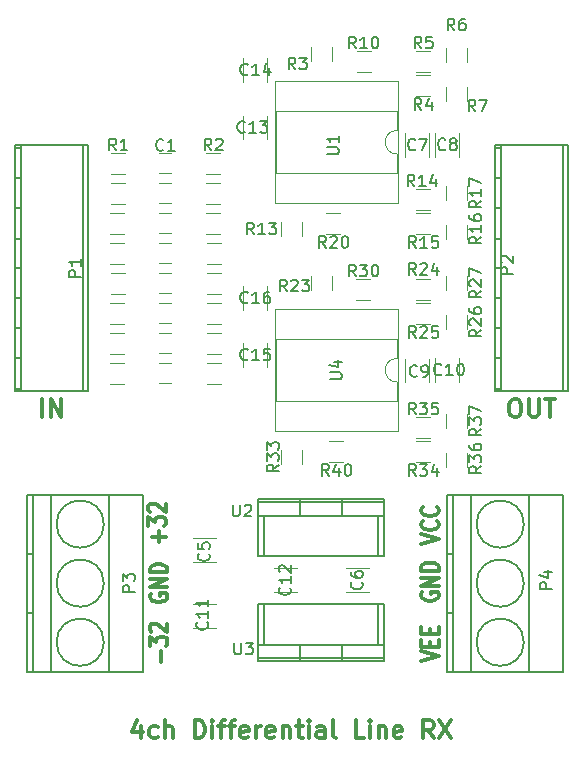
<source format=gbr>
G04 #@! TF.FileFunction,Legend,Top*
%FSLAX46Y46*%
G04 Gerber Fmt 4.6, Leading zero omitted, Abs format (unit mm)*
G04 Created by KiCad (PCBNEW 4.0.5-e0-6337~49~ubuntu15.04.1) date Sun Oct 22 22:27:52 2017*
%MOMM*%
%LPD*%
G01*
G04 APERTURE LIST*
%ADD10C,0.100000*%
%ADD11C,0.300000*%
%ADD12C,0.120000*%
%ADD13C,0.150000*%
G04 APERTURE END LIST*
D10*
D11*
X68530001Y-88324571D02*
X68530001Y-89324571D01*
X68172858Y-87753143D02*
X67815715Y-88824571D01*
X68744287Y-88824571D01*
X69958572Y-89253143D02*
X69815715Y-89324571D01*
X69530001Y-89324571D01*
X69387143Y-89253143D01*
X69315715Y-89181714D01*
X69244286Y-89038857D01*
X69244286Y-88610286D01*
X69315715Y-88467429D01*
X69387143Y-88396000D01*
X69530001Y-88324571D01*
X69815715Y-88324571D01*
X69958572Y-88396000D01*
X70601429Y-89324571D02*
X70601429Y-87824571D01*
X71244286Y-89324571D02*
X71244286Y-88538857D01*
X71172857Y-88396000D01*
X71030000Y-88324571D01*
X70815715Y-88324571D01*
X70672857Y-88396000D01*
X70601429Y-88467429D01*
X73101429Y-89324571D02*
X73101429Y-87824571D01*
X73458572Y-87824571D01*
X73672857Y-87896000D01*
X73815715Y-88038857D01*
X73887143Y-88181714D01*
X73958572Y-88467429D01*
X73958572Y-88681714D01*
X73887143Y-88967429D01*
X73815715Y-89110286D01*
X73672857Y-89253143D01*
X73458572Y-89324571D01*
X73101429Y-89324571D01*
X74601429Y-89324571D02*
X74601429Y-88324571D01*
X74601429Y-87824571D02*
X74530000Y-87896000D01*
X74601429Y-87967429D01*
X74672857Y-87896000D01*
X74601429Y-87824571D01*
X74601429Y-87967429D01*
X75101429Y-88324571D02*
X75672858Y-88324571D01*
X75315715Y-89324571D02*
X75315715Y-88038857D01*
X75387143Y-87896000D01*
X75530001Y-87824571D01*
X75672858Y-87824571D01*
X75958572Y-88324571D02*
X76530001Y-88324571D01*
X76172858Y-89324571D02*
X76172858Y-88038857D01*
X76244286Y-87896000D01*
X76387144Y-87824571D01*
X76530001Y-87824571D01*
X77601429Y-89253143D02*
X77458572Y-89324571D01*
X77172858Y-89324571D01*
X77030001Y-89253143D01*
X76958572Y-89110286D01*
X76958572Y-88538857D01*
X77030001Y-88396000D01*
X77172858Y-88324571D01*
X77458572Y-88324571D01*
X77601429Y-88396000D01*
X77672858Y-88538857D01*
X77672858Y-88681714D01*
X76958572Y-88824571D01*
X78315715Y-89324571D02*
X78315715Y-88324571D01*
X78315715Y-88610286D02*
X78387143Y-88467429D01*
X78458572Y-88396000D01*
X78601429Y-88324571D01*
X78744286Y-88324571D01*
X79815714Y-89253143D02*
X79672857Y-89324571D01*
X79387143Y-89324571D01*
X79244286Y-89253143D01*
X79172857Y-89110286D01*
X79172857Y-88538857D01*
X79244286Y-88396000D01*
X79387143Y-88324571D01*
X79672857Y-88324571D01*
X79815714Y-88396000D01*
X79887143Y-88538857D01*
X79887143Y-88681714D01*
X79172857Y-88824571D01*
X80530000Y-88324571D02*
X80530000Y-89324571D01*
X80530000Y-88467429D02*
X80601428Y-88396000D01*
X80744286Y-88324571D01*
X80958571Y-88324571D01*
X81101428Y-88396000D01*
X81172857Y-88538857D01*
X81172857Y-89324571D01*
X81672857Y-88324571D02*
X82244286Y-88324571D01*
X81887143Y-87824571D02*
X81887143Y-89110286D01*
X81958571Y-89253143D01*
X82101429Y-89324571D01*
X82244286Y-89324571D01*
X82744286Y-89324571D02*
X82744286Y-88324571D01*
X82744286Y-87824571D02*
X82672857Y-87896000D01*
X82744286Y-87967429D01*
X82815714Y-87896000D01*
X82744286Y-87824571D01*
X82744286Y-87967429D01*
X84101429Y-89324571D02*
X84101429Y-88538857D01*
X84030000Y-88396000D01*
X83887143Y-88324571D01*
X83601429Y-88324571D01*
X83458572Y-88396000D01*
X84101429Y-89253143D02*
X83958572Y-89324571D01*
X83601429Y-89324571D01*
X83458572Y-89253143D01*
X83387143Y-89110286D01*
X83387143Y-88967429D01*
X83458572Y-88824571D01*
X83601429Y-88753143D01*
X83958572Y-88753143D01*
X84101429Y-88681714D01*
X85030001Y-89324571D02*
X84887143Y-89253143D01*
X84815715Y-89110286D01*
X84815715Y-87824571D01*
X87458572Y-89324571D02*
X86744286Y-89324571D01*
X86744286Y-87824571D01*
X87958572Y-89324571D02*
X87958572Y-88324571D01*
X87958572Y-87824571D02*
X87887143Y-87896000D01*
X87958572Y-87967429D01*
X88030000Y-87896000D01*
X87958572Y-87824571D01*
X87958572Y-87967429D01*
X88672858Y-88324571D02*
X88672858Y-89324571D01*
X88672858Y-88467429D02*
X88744286Y-88396000D01*
X88887144Y-88324571D01*
X89101429Y-88324571D01*
X89244286Y-88396000D01*
X89315715Y-88538857D01*
X89315715Y-89324571D01*
X90601429Y-89253143D02*
X90458572Y-89324571D01*
X90172858Y-89324571D01*
X90030001Y-89253143D01*
X89958572Y-89110286D01*
X89958572Y-88538857D01*
X90030001Y-88396000D01*
X90172858Y-88324571D01*
X90458572Y-88324571D01*
X90601429Y-88396000D01*
X90672858Y-88538857D01*
X90672858Y-88681714D01*
X89958572Y-88824571D01*
X93315715Y-89324571D02*
X92815715Y-88610286D01*
X92458572Y-89324571D02*
X92458572Y-87824571D01*
X93030000Y-87824571D01*
X93172858Y-87896000D01*
X93244286Y-87967429D01*
X93315715Y-88110286D01*
X93315715Y-88324571D01*
X93244286Y-88467429D01*
X93172858Y-88538857D01*
X93030000Y-88610286D01*
X92458572Y-88610286D01*
X93815715Y-87824571D02*
X94815715Y-89324571D01*
X94815715Y-87824571D02*
X93815715Y-89324571D01*
X100100000Y-60646571D02*
X100385714Y-60646571D01*
X100528572Y-60718000D01*
X100671429Y-60860857D01*
X100742857Y-61146571D01*
X100742857Y-61646571D01*
X100671429Y-61932286D01*
X100528572Y-62075143D01*
X100385714Y-62146571D01*
X100100000Y-62146571D01*
X99957143Y-62075143D01*
X99814286Y-61932286D01*
X99742857Y-61646571D01*
X99742857Y-61146571D01*
X99814286Y-60860857D01*
X99957143Y-60718000D01*
X100100000Y-60646571D01*
X101385715Y-60646571D02*
X101385715Y-61860857D01*
X101457143Y-62003714D01*
X101528572Y-62075143D01*
X101671429Y-62146571D01*
X101957143Y-62146571D01*
X102100001Y-62075143D01*
X102171429Y-62003714D01*
X102242858Y-61860857D01*
X102242858Y-60646571D01*
X102742858Y-60646571D02*
X103600001Y-60646571D01*
X103171430Y-62146571D02*
X103171430Y-60646571D01*
X92341000Y-76987285D02*
X92269571Y-77101571D01*
X92269571Y-77273000D01*
X92341000Y-77444428D01*
X92483857Y-77558714D01*
X92626714Y-77615857D01*
X92912429Y-77673000D01*
X93126714Y-77673000D01*
X93412429Y-77615857D01*
X93555286Y-77558714D01*
X93698143Y-77444428D01*
X93769571Y-77273000D01*
X93769571Y-77158714D01*
X93698143Y-76987285D01*
X93626714Y-76930142D01*
X93126714Y-76930142D01*
X93126714Y-77158714D01*
X93769571Y-76415857D02*
X92269571Y-76415857D01*
X93769571Y-75730142D01*
X92269571Y-75730142D01*
X93769571Y-75158714D02*
X92269571Y-75158714D01*
X92269571Y-74872999D01*
X92341000Y-74701571D01*
X92483857Y-74587285D01*
X92626714Y-74530142D01*
X92912429Y-74472999D01*
X93126714Y-74472999D01*
X93412429Y-74530142D01*
X93555286Y-74587285D01*
X93698143Y-74701571D01*
X93769571Y-74872999D01*
X93769571Y-75158714D01*
X92269571Y-82765713D02*
X93769571Y-82365713D01*
X92269571Y-81965713D01*
X92983857Y-81565714D02*
X92983857Y-81165714D01*
X93769571Y-80994285D02*
X93769571Y-81565714D01*
X92269571Y-81565714D01*
X92269571Y-80994285D01*
X92983857Y-80480000D02*
X92983857Y-80080000D01*
X93769571Y-79908571D02*
X93769571Y-80480000D01*
X92269571Y-80480000D01*
X92269571Y-79908571D01*
X92269571Y-72846999D02*
X93769571Y-72446999D01*
X92269571Y-72046999D01*
X93626714Y-70961285D02*
X93698143Y-71018428D01*
X93769571Y-71189857D01*
X93769571Y-71304143D01*
X93698143Y-71475571D01*
X93555286Y-71589857D01*
X93412429Y-71647000D01*
X93126714Y-71704143D01*
X92912429Y-71704143D01*
X92626714Y-71647000D01*
X92483857Y-71589857D01*
X92341000Y-71475571D01*
X92269571Y-71304143D01*
X92269571Y-71189857D01*
X92341000Y-71018428D01*
X92412429Y-70961285D01*
X93626714Y-69761285D02*
X93698143Y-69818428D01*
X93769571Y-69989857D01*
X93769571Y-70104143D01*
X93698143Y-70275571D01*
X93555286Y-70389857D01*
X93412429Y-70447000D01*
X93126714Y-70504143D01*
X92912429Y-70504143D01*
X92626714Y-70447000D01*
X92483857Y-70389857D01*
X92341000Y-70275571D01*
X92269571Y-70104143D01*
X92269571Y-69989857D01*
X92341000Y-69818428D01*
X92412429Y-69761285D01*
X69354000Y-77114285D02*
X69282571Y-77228571D01*
X69282571Y-77400000D01*
X69354000Y-77571428D01*
X69496857Y-77685714D01*
X69639714Y-77742857D01*
X69925429Y-77800000D01*
X70139714Y-77800000D01*
X70425429Y-77742857D01*
X70568286Y-77685714D01*
X70711143Y-77571428D01*
X70782571Y-77400000D01*
X70782571Y-77285714D01*
X70711143Y-77114285D01*
X70639714Y-77057142D01*
X70139714Y-77057142D01*
X70139714Y-77285714D01*
X70782571Y-76542857D02*
X69282571Y-76542857D01*
X70782571Y-75857142D01*
X69282571Y-75857142D01*
X70782571Y-75285714D02*
X69282571Y-75285714D01*
X69282571Y-74999999D01*
X69354000Y-74828571D01*
X69496857Y-74714285D01*
X69639714Y-74657142D01*
X69925429Y-74599999D01*
X70139714Y-74599999D01*
X70425429Y-74657142D01*
X70568286Y-74714285D01*
X70711143Y-74828571D01*
X70782571Y-74999999D01*
X70782571Y-75285714D01*
X70211143Y-82880000D02*
X70211143Y-81965714D01*
X69282571Y-81508571D02*
X69282571Y-80765714D01*
X69854000Y-81165714D01*
X69854000Y-80994286D01*
X69925429Y-80880000D01*
X69996857Y-80822857D01*
X70139714Y-80765714D01*
X70496857Y-80765714D01*
X70639714Y-80822857D01*
X70711143Y-80880000D01*
X70782571Y-80994286D01*
X70782571Y-81337143D01*
X70711143Y-81451429D01*
X70639714Y-81508571D01*
X69425429Y-80308572D02*
X69354000Y-80251429D01*
X69282571Y-80137143D01*
X69282571Y-79851429D01*
X69354000Y-79737143D01*
X69425429Y-79680000D01*
X69568286Y-79622857D01*
X69711143Y-79622857D01*
X69925429Y-79680000D01*
X70782571Y-80365714D01*
X70782571Y-79622857D01*
X70084143Y-72720000D02*
X70084143Y-71805714D01*
X70655571Y-72262857D02*
X69512714Y-72262857D01*
X69155571Y-71348571D02*
X69155571Y-70605714D01*
X69727000Y-71005714D01*
X69727000Y-70834286D01*
X69798429Y-70720000D01*
X69869857Y-70662857D01*
X70012714Y-70605714D01*
X70369857Y-70605714D01*
X70512714Y-70662857D01*
X70584143Y-70720000D01*
X70655571Y-70834286D01*
X70655571Y-71177143D01*
X70584143Y-71291429D01*
X70512714Y-71348571D01*
X69298429Y-70148572D02*
X69227000Y-70091429D01*
X69155571Y-69977143D01*
X69155571Y-69691429D01*
X69227000Y-69577143D01*
X69298429Y-69520000D01*
X69441286Y-69462857D01*
X69584143Y-69462857D01*
X69798429Y-69520000D01*
X70655571Y-70205714D01*
X70655571Y-69462857D01*
X60174286Y-62146571D02*
X60174286Y-60646571D01*
X60888572Y-62146571D02*
X60888572Y-60646571D01*
X61745715Y-62146571D01*
X61745715Y-60646571D01*
D12*
X71112000Y-39790000D02*
X70112000Y-39790000D01*
X70112000Y-41490000D02*
X71112000Y-41490000D01*
X70112000Y-44030000D02*
X71112000Y-44030000D01*
X71112000Y-42330000D02*
X70112000Y-42330000D01*
X71112000Y-44870000D02*
X70112000Y-44870000D01*
X70112000Y-46570000D02*
X71112000Y-46570000D01*
X70112000Y-49110000D02*
X71112000Y-49110000D01*
X71112000Y-47410000D02*
X70112000Y-47410000D01*
X72914000Y-74426000D02*
X74914000Y-74426000D01*
X74914000Y-72386000D02*
X72914000Y-72386000D01*
X85868000Y-76966000D02*
X87868000Y-76966000D01*
X87868000Y-74926000D02*
X85868000Y-74926000D01*
X93468000Y-38092000D02*
X93468000Y-40092000D01*
X95508000Y-40092000D02*
X95508000Y-38092000D01*
X93468000Y-57166000D02*
X93468000Y-59166000D01*
X95508000Y-59166000D02*
X95508000Y-57166000D01*
X74914000Y-77974000D02*
X72914000Y-77974000D01*
X72914000Y-80014000D02*
X74914000Y-80014000D01*
X79772000Y-76966000D02*
X81772000Y-76966000D01*
X81772000Y-74926000D02*
X79772000Y-74926000D01*
X79252000Y-33766000D02*
X79252000Y-31766000D01*
X77212000Y-31766000D02*
X77212000Y-33766000D01*
X79252000Y-53070000D02*
X79252000Y-51070000D01*
X77212000Y-51070000D02*
X77212000Y-53070000D01*
X71112000Y-49950000D02*
X70112000Y-49950000D01*
X70112000Y-51650000D02*
X71112000Y-51650000D01*
X70112000Y-54190000D02*
X71112000Y-54190000D01*
X71112000Y-52490000D02*
X70112000Y-52490000D01*
X71112000Y-55030000D02*
X70112000Y-55030000D01*
X70112000Y-56730000D02*
X71112000Y-56730000D01*
X70112000Y-59270000D02*
X71112000Y-59270000D01*
X71112000Y-57570000D02*
X70112000Y-57570000D01*
X66014000Y-39760000D02*
X67214000Y-39760000D01*
X67214000Y-41520000D02*
X66014000Y-41520000D01*
X74076000Y-39760000D02*
X75276000Y-39760000D01*
X75276000Y-41520000D02*
X74076000Y-41520000D01*
X82940000Y-32030000D02*
X82940000Y-30830000D01*
X84700000Y-30830000D02*
X84700000Y-32030000D01*
X91856000Y-33156000D02*
X93056000Y-33156000D01*
X93056000Y-34916000D02*
X91856000Y-34916000D01*
X91856000Y-31124000D02*
X93056000Y-31124000D01*
X93056000Y-32884000D02*
X91856000Y-32884000D01*
X94370000Y-32096000D02*
X94370000Y-30896000D01*
X96130000Y-30896000D02*
X96130000Y-32096000D01*
X96130000Y-34198000D02*
X96130000Y-35398000D01*
X94370000Y-35398000D02*
X94370000Y-34198000D01*
X66014000Y-42300000D02*
X67214000Y-42300000D01*
X67214000Y-44060000D02*
X66014000Y-44060000D01*
X74076000Y-42300000D02*
X75276000Y-42300000D01*
X75276000Y-44060000D02*
X74076000Y-44060000D01*
X86842000Y-31124000D02*
X88042000Y-31124000D01*
X88042000Y-32884000D02*
X86842000Y-32884000D01*
X65948000Y-44840000D02*
X67148000Y-44840000D01*
X67148000Y-46600000D02*
X65948000Y-46600000D01*
X74076000Y-44840000D02*
X75276000Y-44840000D01*
X75276000Y-46600000D02*
X74076000Y-46600000D01*
X82160000Y-45628000D02*
X82160000Y-46828000D01*
X80400000Y-46828000D02*
X80400000Y-45628000D01*
X91856000Y-42808000D02*
X93056000Y-42808000D01*
X93056000Y-44568000D02*
X91856000Y-44568000D01*
X91856000Y-44840000D02*
X93056000Y-44840000D01*
X93056000Y-46600000D02*
X91856000Y-46600000D01*
X96130000Y-45882000D02*
X96130000Y-47082000D01*
X94370000Y-47082000D02*
X94370000Y-45882000D01*
X94370000Y-43780000D02*
X94370000Y-42580000D01*
X96130000Y-42580000D02*
X96130000Y-43780000D01*
X65948000Y-47380000D02*
X67148000Y-47380000D01*
X67148000Y-49140000D02*
X65948000Y-49140000D01*
X74142000Y-47380000D02*
X75342000Y-47380000D01*
X75342000Y-49140000D02*
X74142000Y-49140000D01*
X84236000Y-44840000D02*
X85436000Y-44840000D01*
X85436000Y-46600000D02*
X84236000Y-46600000D01*
X66014000Y-49920000D02*
X67214000Y-49920000D01*
X67214000Y-51680000D02*
X66014000Y-51680000D01*
X74142000Y-49920000D02*
X75342000Y-49920000D01*
X75342000Y-51680000D02*
X74142000Y-51680000D01*
X82940000Y-51400000D02*
X82940000Y-50200000D01*
X84700000Y-50200000D02*
X84700000Y-51400000D01*
X91856000Y-50428000D02*
X93056000Y-50428000D01*
X93056000Y-52188000D02*
X91856000Y-52188000D01*
X91856000Y-52460000D02*
X93056000Y-52460000D01*
X93056000Y-54220000D02*
X91856000Y-54220000D01*
X96130000Y-53502000D02*
X96130000Y-54702000D01*
X94370000Y-54702000D02*
X94370000Y-53502000D01*
X94370000Y-51400000D02*
X94370000Y-50200000D01*
X96130000Y-50200000D02*
X96130000Y-51400000D01*
X65948000Y-52460000D02*
X67148000Y-52460000D01*
X67148000Y-54220000D02*
X65948000Y-54220000D01*
X74142000Y-52460000D02*
X75342000Y-52460000D01*
X75342000Y-54220000D02*
X74142000Y-54220000D01*
X86776000Y-50428000D02*
X87976000Y-50428000D01*
X87976000Y-52188000D02*
X86776000Y-52188000D01*
X65948000Y-55000000D02*
X67148000Y-55000000D01*
X67148000Y-56760000D02*
X65948000Y-56760000D01*
X74142000Y-55000000D02*
X75342000Y-55000000D01*
X75342000Y-56760000D02*
X74142000Y-56760000D01*
X82160000Y-64932000D02*
X82160000Y-66132000D01*
X80400000Y-66132000D02*
X80400000Y-64932000D01*
X91856000Y-64144000D02*
X93056000Y-64144000D01*
X93056000Y-65904000D02*
X91856000Y-65904000D01*
X91856000Y-62112000D02*
X93056000Y-62112000D01*
X93056000Y-63872000D02*
X91856000Y-63872000D01*
X96130000Y-65186000D02*
X96130000Y-66386000D01*
X94370000Y-66386000D02*
X94370000Y-65186000D01*
X94370000Y-63084000D02*
X94370000Y-61884000D01*
X96130000Y-61884000D02*
X96130000Y-63084000D01*
X65948000Y-57540000D02*
X67148000Y-57540000D01*
X67148000Y-59300000D02*
X65948000Y-59300000D01*
X74142000Y-57540000D02*
X75342000Y-57540000D01*
X75342000Y-59300000D02*
X74142000Y-59300000D01*
X84490000Y-64144000D02*
X85690000Y-64144000D01*
X85690000Y-65904000D02*
X84490000Y-65904000D01*
X90230000Y-39862000D02*
G75*
G02X90230000Y-37862000I0J1000000D01*
G01*
X90230000Y-37862000D02*
X90230000Y-36212000D01*
X90230000Y-36212000D02*
X79950000Y-36212000D01*
X79950000Y-36212000D02*
X79950000Y-41512000D01*
X79950000Y-41512000D02*
X90230000Y-41512000D01*
X90230000Y-41512000D02*
X90230000Y-39862000D01*
X90290000Y-33722000D02*
X79890000Y-33722000D01*
X79890000Y-33722000D02*
X79890000Y-44002000D01*
X79890000Y-44002000D02*
X90290000Y-44002000D01*
X90290000Y-44002000D02*
X90290000Y-33722000D01*
D13*
X88646000Y-70485000D02*
X88646000Y-73914000D01*
X78994000Y-70485000D02*
X78994000Y-73914000D01*
X89154000Y-69342000D02*
X78486000Y-69342000D01*
X85598000Y-70358000D02*
X85598000Y-69088000D01*
X82042000Y-70358000D02*
X82042000Y-69088000D01*
X78486000Y-70485000D02*
X89154000Y-70485000D01*
X89154000Y-73914000D02*
X78486000Y-73914000D01*
X78486000Y-69088000D02*
X78486000Y-73914000D01*
X89154000Y-69088000D02*
X89154000Y-73914000D01*
X89154000Y-69088000D02*
X78486000Y-69088000D01*
X78994000Y-81407000D02*
X78994000Y-77978000D01*
X88646000Y-81407000D02*
X88646000Y-77978000D01*
X78486000Y-82550000D02*
X89154000Y-82550000D01*
X82042000Y-81534000D02*
X82042000Y-82804000D01*
X85598000Y-81534000D02*
X85598000Y-82804000D01*
X89154000Y-81407000D02*
X78486000Y-81407000D01*
X78486000Y-77978000D02*
X89154000Y-77978000D01*
X89154000Y-82804000D02*
X89154000Y-77978000D01*
X78486000Y-82804000D02*
X78486000Y-77978000D01*
X78486000Y-82804000D02*
X89154000Y-82804000D01*
D12*
X90230000Y-59166000D02*
G75*
G02X90230000Y-57166000I0J1000000D01*
G01*
X90230000Y-57166000D02*
X90230000Y-55516000D01*
X90230000Y-55516000D02*
X79950000Y-55516000D01*
X79950000Y-55516000D02*
X79950000Y-60816000D01*
X79950000Y-60816000D02*
X90230000Y-60816000D01*
X90230000Y-60816000D02*
X90230000Y-59166000D01*
X90290000Y-53026000D02*
X79890000Y-53026000D01*
X79890000Y-53026000D02*
X79890000Y-63306000D01*
X79890000Y-63306000D02*
X90290000Y-63306000D01*
X90290000Y-63306000D02*
X90290000Y-53026000D01*
D13*
X64058800Y-59928760D02*
X64058800Y-39131240D01*
X63660020Y-39131240D02*
X63660020Y-59928760D01*
X57861200Y-59928760D02*
X57861200Y-39131240D01*
X58359040Y-39131240D02*
X58359040Y-59928760D01*
X58359040Y-49530000D02*
X57861200Y-49530000D01*
X58359040Y-57129680D02*
X57861200Y-57129680D01*
X58359040Y-54630320D02*
X57861200Y-54630320D01*
X58359040Y-52031900D02*
X57861200Y-52031900D01*
X58359040Y-47030640D02*
X57861200Y-47030640D01*
X58359040Y-44432220D02*
X57861200Y-44432220D01*
X57861200Y-39331900D02*
X58359040Y-39331900D01*
X58359040Y-59728100D02*
X57861200Y-59728100D01*
X57861200Y-41935400D02*
X58359040Y-41935400D01*
X57861200Y-59926220D02*
X64058800Y-59926220D01*
X64058800Y-39133780D02*
X57861200Y-39133780D01*
X104698800Y-59928760D02*
X104698800Y-39131240D01*
X104300020Y-39131240D02*
X104300020Y-59928760D01*
X98501200Y-59928760D02*
X98501200Y-39131240D01*
X98999040Y-39131240D02*
X98999040Y-59928760D01*
X98999040Y-49530000D02*
X98501200Y-49530000D01*
X98999040Y-57129680D02*
X98501200Y-57129680D01*
X98999040Y-54630320D02*
X98501200Y-54630320D01*
X98999040Y-52031900D02*
X98501200Y-52031900D01*
X98999040Y-47030640D02*
X98501200Y-47030640D01*
X98999040Y-44432220D02*
X98501200Y-44432220D01*
X98501200Y-39331900D02*
X98999040Y-39331900D01*
X98999040Y-59728100D02*
X98501200Y-59728100D01*
X98501200Y-41935400D02*
X98999040Y-41935400D01*
X98501200Y-59926220D02*
X104698800Y-59926220D01*
X104698800Y-39133780D02*
X98501200Y-39133780D01*
X65400000Y-81200000D02*
G75*
G03X65400000Y-81200000I-2000000J0D01*
G01*
X59400000Y-78700000D02*
X58900000Y-78700000D01*
X59400000Y-73700000D02*
X58900000Y-73700000D01*
X65400000Y-76200000D02*
G75*
G03X65400000Y-76200000I-2000000J0D01*
G01*
X65400000Y-71200000D02*
G75*
G03X65400000Y-71200000I-2000000J0D01*
G01*
X60900000Y-68700000D02*
X60900000Y-83700000D01*
X65800000Y-68700000D02*
X65800000Y-83700000D01*
X59400000Y-68700000D02*
X59400000Y-83700000D01*
X58900000Y-68700000D02*
X58900000Y-83700000D01*
X58900000Y-83700000D02*
X68700000Y-83700000D01*
X68700000Y-83700000D02*
X68700000Y-68700000D01*
X68700000Y-68700000D02*
X58900000Y-68700000D01*
X100960000Y-81200000D02*
G75*
G03X100960000Y-81200000I-2000000J0D01*
G01*
X94960000Y-78700000D02*
X94460000Y-78700000D01*
X94960000Y-73700000D02*
X94460000Y-73700000D01*
X100960000Y-76200000D02*
G75*
G03X100960000Y-76200000I-2000000J0D01*
G01*
X100960000Y-71200000D02*
G75*
G03X100960000Y-71200000I-2000000J0D01*
G01*
X96460000Y-68700000D02*
X96460000Y-83700000D01*
X101360000Y-68700000D02*
X101360000Y-83700000D01*
X94960000Y-68700000D02*
X94960000Y-83700000D01*
X94460000Y-68700000D02*
X94460000Y-83700000D01*
X94460000Y-83700000D02*
X104260000Y-83700000D01*
X104260000Y-83700000D02*
X104260000Y-68700000D01*
X104260000Y-68700000D02*
X94460000Y-68700000D01*
D12*
X90928000Y-38116000D02*
X90928000Y-40116000D01*
X92968000Y-40116000D02*
X92968000Y-38116000D01*
X77212000Y-36616000D02*
X77212000Y-38616000D01*
X79252000Y-38616000D02*
X79252000Y-36616000D01*
X90928000Y-57190000D02*
X90928000Y-59190000D01*
X92968000Y-59190000D02*
X92968000Y-57190000D01*
X77212000Y-55896000D02*
X77212000Y-57896000D01*
X79252000Y-57896000D02*
X79252000Y-55896000D01*
D13*
X70445334Y-39497143D02*
X70397715Y-39544762D01*
X70254858Y-39592381D01*
X70159620Y-39592381D01*
X70016762Y-39544762D01*
X69921524Y-39449524D01*
X69873905Y-39354286D01*
X69826286Y-39163810D01*
X69826286Y-39020952D01*
X69873905Y-38830476D01*
X69921524Y-38735238D01*
X70016762Y-38640000D01*
X70159620Y-38592381D01*
X70254858Y-38592381D01*
X70397715Y-38640000D01*
X70445334Y-38687619D01*
X71397715Y-39592381D02*
X70826286Y-39592381D01*
X71112000Y-39592381D02*
X71112000Y-38592381D01*
X71016762Y-38735238D01*
X70921524Y-38830476D01*
X70826286Y-38878095D01*
X74271143Y-73699666D02*
X74318762Y-73747285D01*
X74366381Y-73890142D01*
X74366381Y-73985380D01*
X74318762Y-74128238D01*
X74223524Y-74223476D01*
X74128286Y-74271095D01*
X73937810Y-74318714D01*
X73794952Y-74318714D01*
X73604476Y-74271095D01*
X73509238Y-74223476D01*
X73414000Y-74128238D01*
X73366381Y-73985380D01*
X73366381Y-73890142D01*
X73414000Y-73747285D01*
X73461619Y-73699666D01*
X73366381Y-72794904D02*
X73366381Y-73271095D01*
X73842571Y-73318714D01*
X73794952Y-73271095D01*
X73747333Y-73175857D01*
X73747333Y-72937761D01*
X73794952Y-72842523D01*
X73842571Y-72794904D01*
X73937810Y-72747285D01*
X74175905Y-72747285D01*
X74271143Y-72794904D01*
X74318762Y-72842523D01*
X74366381Y-72937761D01*
X74366381Y-73175857D01*
X74318762Y-73271095D01*
X74271143Y-73318714D01*
X87225143Y-76112666D02*
X87272762Y-76160285D01*
X87320381Y-76303142D01*
X87320381Y-76398380D01*
X87272762Y-76541238D01*
X87177524Y-76636476D01*
X87082286Y-76684095D01*
X86891810Y-76731714D01*
X86748952Y-76731714D01*
X86558476Y-76684095D01*
X86463238Y-76636476D01*
X86368000Y-76541238D01*
X86320381Y-76398380D01*
X86320381Y-76303142D01*
X86368000Y-76160285D01*
X86415619Y-76112666D01*
X86320381Y-75255523D02*
X86320381Y-75446000D01*
X86368000Y-75541238D01*
X86415619Y-75588857D01*
X86558476Y-75684095D01*
X86748952Y-75731714D01*
X87129905Y-75731714D01*
X87225143Y-75684095D01*
X87272762Y-75636476D01*
X87320381Y-75541238D01*
X87320381Y-75350761D01*
X87272762Y-75255523D01*
X87225143Y-75207904D01*
X87129905Y-75160285D01*
X86891810Y-75160285D01*
X86796571Y-75207904D01*
X86748952Y-75255523D01*
X86701333Y-75350761D01*
X86701333Y-75541238D01*
X86748952Y-75636476D01*
X86796571Y-75684095D01*
X86891810Y-75731714D01*
X94321334Y-39449143D02*
X94273715Y-39496762D01*
X94130858Y-39544381D01*
X94035620Y-39544381D01*
X93892762Y-39496762D01*
X93797524Y-39401524D01*
X93749905Y-39306286D01*
X93702286Y-39115810D01*
X93702286Y-38972952D01*
X93749905Y-38782476D01*
X93797524Y-38687238D01*
X93892762Y-38592000D01*
X94035620Y-38544381D01*
X94130858Y-38544381D01*
X94273715Y-38592000D01*
X94321334Y-38639619D01*
X94892762Y-38972952D02*
X94797524Y-38925333D01*
X94749905Y-38877714D01*
X94702286Y-38782476D01*
X94702286Y-38734857D01*
X94749905Y-38639619D01*
X94797524Y-38592000D01*
X94892762Y-38544381D01*
X95083239Y-38544381D01*
X95178477Y-38592000D01*
X95226096Y-38639619D01*
X95273715Y-38734857D01*
X95273715Y-38782476D01*
X95226096Y-38877714D01*
X95178477Y-38925333D01*
X95083239Y-38972952D01*
X94892762Y-38972952D01*
X94797524Y-39020571D01*
X94749905Y-39068190D01*
X94702286Y-39163429D01*
X94702286Y-39353905D01*
X94749905Y-39449143D01*
X94797524Y-39496762D01*
X94892762Y-39544381D01*
X95083239Y-39544381D01*
X95178477Y-39496762D01*
X95226096Y-39449143D01*
X95273715Y-39353905D01*
X95273715Y-39163429D01*
X95226096Y-39068190D01*
X95178477Y-39020571D01*
X95083239Y-38972952D01*
X93972143Y-58523143D02*
X93924524Y-58570762D01*
X93781667Y-58618381D01*
X93686429Y-58618381D01*
X93543571Y-58570762D01*
X93448333Y-58475524D01*
X93400714Y-58380286D01*
X93353095Y-58189810D01*
X93353095Y-58046952D01*
X93400714Y-57856476D01*
X93448333Y-57761238D01*
X93543571Y-57666000D01*
X93686429Y-57618381D01*
X93781667Y-57618381D01*
X93924524Y-57666000D01*
X93972143Y-57713619D01*
X94924524Y-58618381D02*
X94353095Y-58618381D01*
X94638809Y-58618381D02*
X94638809Y-57618381D01*
X94543571Y-57761238D01*
X94448333Y-57856476D01*
X94353095Y-57904095D01*
X95543571Y-57618381D02*
X95638810Y-57618381D01*
X95734048Y-57666000D01*
X95781667Y-57713619D01*
X95829286Y-57808857D01*
X95876905Y-57999333D01*
X95876905Y-58237429D01*
X95829286Y-58427905D01*
X95781667Y-58523143D01*
X95734048Y-58570762D01*
X95638810Y-58618381D01*
X95543571Y-58618381D01*
X95448333Y-58570762D01*
X95400714Y-58523143D01*
X95353095Y-58427905D01*
X95305476Y-58237429D01*
X95305476Y-57999333D01*
X95353095Y-57808857D01*
X95400714Y-57713619D01*
X95448333Y-57666000D01*
X95543571Y-57618381D01*
X74144143Y-79509857D02*
X74191762Y-79557476D01*
X74239381Y-79700333D01*
X74239381Y-79795571D01*
X74191762Y-79938429D01*
X74096524Y-80033667D01*
X74001286Y-80081286D01*
X73810810Y-80128905D01*
X73667952Y-80128905D01*
X73477476Y-80081286D01*
X73382238Y-80033667D01*
X73287000Y-79938429D01*
X73239381Y-79795571D01*
X73239381Y-79700333D01*
X73287000Y-79557476D01*
X73334619Y-79509857D01*
X74239381Y-78557476D02*
X74239381Y-79128905D01*
X74239381Y-78843191D02*
X73239381Y-78843191D01*
X73382238Y-78938429D01*
X73477476Y-79033667D01*
X73525095Y-79128905D01*
X74239381Y-77605095D02*
X74239381Y-78176524D01*
X74239381Y-77890810D02*
X73239381Y-77890810D01*
X73382238Y-77986048D01*
X73477476Y-78081286D01*
X73525095Y-78176524D01*
X81129143Y-76588857D02*
X81176762Y-76636476D01*
X81224381Y-76779333D01*
X81224381Y-76874571D01*
X81176762Y-77017429D01*
X81081524Y-77112667D01*
X80986286Y-77160286D01*
X80795810Y-77207905D01*
X80652952Y-77207905D01*
X80462476Y-77160286D01*
X80367238Y-77112667D01*
X80272000Y-77017429D01*
X80224381Y-76874571D01*
X80224381Y-76779333D01*
X80272000Y-76636476D01*
X80319619Y-76588857D01*
X81224381Y-75636476D02*
X81224381Y-76207905D01*
X81224381Y-75922191D02*
X80224381Y-75922191D01*
X80367238Y-76017429D01*
X80462476Y-76112667D01*
X80510095Y-76207905D01*
X80319619Y-75255524D02*
X80272000Y-75207905D01*
X80224381Y-75112667D01*
X80224381Y-74874571D01*
X80272000Y-74779333D01*
X80319619Y-74731714D01*
X80414857Y-74684095D01*
X80510095Y-74684095D01*
X80652952Y-74731714D01*
X81224381Y-75303143D01*
X81224381Y-74684095D01*
X77589143Y-33123143D02*
X77541524Y-33170762D01*
X77398667Y-33218381D01*
X77303429Y-33218381D01*
X77160571Y-33170762D01*
X77065333Y-33075524D01*
X77017714Y-32980286D01*
X76970095Y-32789810D01*
X76970095Y-32646952D01*
X77017714Y-32456476D01*
X77065333Y-32361238D01*
X77160571Y-32266000D01*
X77303429Y-32218381D01*
X77398667Y-32218381D01*
X77541524Y-32266000D01*
X77589143Y-32313619D01*
X78541524Y-33218381D02*
X77970095Y-33218381D01*
X78255809Y-33218381D02*
X78255809Y-32218381D01*
X78160571Y-32361238D01*
X78065333Y-32456476D01*
X77970095Y-32504095D01*
X79398667Y-32551714D02*
X79398667Y-33218381D01*
X79160571Y-32170762D02*
X78922476Y-32885048D01*
X79541524Y-32885048D01*
X77589143Y-52427143D02*
X77541524Y-52474762D01*
X77398667Y-52522381D01*
X77303429Y-52522381D01*
X77160571Y-52474762D01*
X77065333Y-52379524D01*
X77017714Y-52284286D01*
X76970095Y-52093810D01*
X76970095Y-51950952D01*
X77017714Y-51760476D01*
X77065333Y-51665238D01*
X77160571Y-51570000D01*
X77303429Y-51522381D01*
X77398667Y-51522381D01*
X77541524Y-51570000D01*
X77589143Y-51617619D01*
X78541524Y-52522381D02*
X77970095Y-52522381D01*
X78255809Y-52522381D02*
X78255809Y-51522381D01*
X78160571Y-51665238D01*
X78065333Y-51760476D01*
X77970095Y-51808095D01*
X79398667Y-51522381D02*
X79208190Y-51522381D01*
X79112952Y-51570000D01*
X79065333Y-51617619D01*
X78970095Y-51760476D01*
X78922476Y-51950952D01*
X78922476Y-52331905D01*
X78970095Y-52427143D01*
X79017714Y-52474762D01*
X79112952Y-52522381D01*
X79303429Y-52522381D01*
X79398667Y-52474762D01*
X79446286Y-52427143D01*
X79493905Y-52331905D01*
X79493905Y-52093810D01*
X79446286Y-51998571D01*
X79398667Y-51950952D01*
X79303429Y-51903333D01*
X79112952Y-51903333D01*
X79017714Y-51950952D01*
X78970095Y-51998571D01*
X78922476Y-52093810D01*
X66447334Y-39568381D02*
X66114000Y-39092190D01*
X65875905Y-39568381D02*
X65875905Y-38568381D01*
X66256858Y-38568381D01*
X66352096Y-38616000D01*
X66399715Y-38663619D01*
X66447334Y-38758857D01*
X66447334Y-38901714D01*
X66399715Y-38996952D01*
X66352096Y-39044571D01*
X66256858Y-39092190D01*
X65875905Y-39092190D01*
X67399715Y-39568381D02*
X66828286Y-39568381D01*
X67114000Y-39568381D02*
X67114000Y-38568381D01*
X67018762Y-38711238D01*
X66923524Y-38806476D01*
X66828286Y-38854095D01*
X74509334Y-39568381D02*
X74176000Y-39092190D01*
X73937905Y-39568381D02*
X73937905Y-38568381D01*
X74318858Y-38568381D01*
X74414096Y-38616000D01*
X74461715Y-38663619D01*
X74509334Y-38758857D01*
X74509334Y-38901714D01*
X74461715Y-38996952D01*
X74414096Y-39044571D01*
X74318858Y-39092190D01*
X73937905Y-39092190D01*
X74890286Y-38663619D02*
X74937905Y-38616000D01*
X75033143Y-38568381D01*
X75271239Y-38568381D01*
X75366477Y-38616000D01*
X75414096Y-38663619D01*
X75461715Y-38758857D01*
X75461715Y-38854095D01*
X75414096Y-38996952D01*
X74842667Y-39568381D01*
X75461715Y-39568381D01*
X81621334Y-32710381D02*
X81288000Y-32234190D01*
X81049905Y-32710381D02*
X81049905Y-31710381D01*
X81430858Y-31710381D01*
X81526096Y-31758000D01*
X81573715Y-31805619D01*
X81621334Y-31900857D01*
X81621334Y-32043714D01*
X81573715Y-32138952D01*
X81526096Y-32186571D01*
X81430858Y-32234190D01*
X81049905Y-32234190D01*
X81954667Y-31710381D02*
X82573715Y-31710381D01*
X82240381Y-32091333D01*
X82383239Y-32091333D01*
X82478477Y-32138952D01*
X82526096Y-32186571D01*
X82573715Y-32281810D01*
X82573715Y-32519905D01*
X82526096Y-32615143D01*
X82478477Y-32662762D01*
X82383239Y-32710381D01*
X82097524Y-32710381D01*
X82002286Y-32662762D01*
X81954667Y-32615143D01*
X92289334Y-36138381D02*
X91956000Y-35662190D01*
X91717905Y-36138381D02*
X91717905Y-35138381D01*
X92098858Y-35138381D01*
X92194096Y-35186000D01*
X92241715Y-35233619D01*
X92289334Y-35328857D01*
X92289334Y-35471714D01*
X92241715Y-35566952D01*
X92194096Y-35614571D01*
X92098858Y-35662190D01*
X91717905Y-35662190D01*
X93146477Y-35471714D02*
X93146477Y-36138381D01*
X92908381Y-35090762D02*
X92670286Y-35805048D01*
X93289334Y-35805048D01*
X92289334Y-30932381D02*
X91956000Y-30456190D01*
X91717905Y-30932381D02*
X91717905Y-29932381D01*
X92098858Y-29932381D01*
X92194096Y-29980000D01*
X92241715Y-30027619D01*
X92289334Y-30122857D01*
X92289334Y-30265714D01*
X92241715Y-30360952D01*
X92194096Y-30408571D01*
X92098858Y-30456190D01*
X91717905Y-30456190D01*
X93194096Y-29932381D02*
X92717905Y-29932381D01*
X92670286Y-30408571D01*
X92717905Y-30360952D01*
X92813143Y-30313333D01*
X93051239Y-30313333D01*
X93146477Y-30360952D01*
X93194096Y-30408571D01*
X93241715Y-30503810D01*
X93241715Y-30741905D01*
X93194096Y-30837143D01*
X93146477Y-30884762D01*
X93051239Y-30932381D01*
X92813143Y-30932381D01*
X92717905Y-30884762D01*
X92670286Y-30837143D01*
X95083334Y-29408381D02*
X94750000Y-28932190D01*
X94511905Y-29408381D02*
X94511905Y-28408381D01*
X94892858Y-28408381D01*
X94988096Y-28456000D01*
X95035715Y-28503619D01*
X95083334Y-28598857D01*
X95083334Y-28741714D01*
X95035715Y-28836952D01*
X94988096Y-28884571D01*
X94892858Y-28932190D01*
X94511905Y-28932190D01*
X95940477Y-28408381D02*
X95750000Y-28408381D01*
X95654762Y-28456000D01*
X95607143Y-28503619D01*
X95511905Y-28646476D01*
X95464286Y-28836952D01*
X95464286Y-29217905D01*
X95511905Y-29313143D01*
X95559524Y-29360762D01*
X95654762Y-29408381D01*
X95845239Y-29408381D01*
X95940477Y-29360762D01*
X95988096Y-29313143D01*
X96035715Y-29217905D01*
X96035715Y-28979810D01*
X95988096Y-28884571D01*
X95940477Y-28836952D01*
X95845239Y-28789333D01*
X95654762Y-28789333D01*
X95559524Y-28836952D01*
X95511905Y-28884571D01*
X95464286Y-28979810D01*
X96861334Y-36266381D02*
X96528000Y-35790190D01*
X96289905Y-36266381D02*
X96289905Y-35266381D01*
X96670858Y-35266381D01*
X96766096Y-35314000D01*
X96813715Y-35361619D01*
X96861334Y-35456857D01*
X96861334Y-35599714D01*
X96813715Y-35694952D01*
X96766096Y-35742571D01*
X96670858Y-35790190D01*
X96289905Y-35790190D01*
X97194667Y-35266381D02*
X97861334Y-35266381D01*
X97432762Y-36266381D01*
X86733143Y-30932381D02*
X86399809Y-30456190D01*
X86161714Y-30932381D02*
X86161714Y-29932381D01*
X86542667Y-29932381D01*
X86637905Y-29980000D01*
X86685524Y-30027619D01*
X86733143Y-30122857D01*
X86733143Y-30265714D01*
X86685524Y-30360952D01*
X86637905Y-30408571D01*
X86542667Y-30456190D01*
X86161714Y-30456190D01*
X87685524Y-30932381D02*
X87114095Y-30932381D01*
X87399809Y-30932381D02*
X87399809Y-29932381D01*
X87304571Y-30075238D01*
X87209333Y-30170476D01*
X87114095Y-30218095D01*
X88304571Y-29932381D02*
X88399810Y-29932381D01*
X88495048Y-29980000D01*
X88542667Y-30027619D01*
X88590286Y-30122857D01*
X88637905Y-30313333D01*
X88637905Y-30551429D01*
X88590286Y-30741905D01*
X88542667Y-30837143D01*
X88495048Y-30884762D01*
X88399810Y-30932381D01*
X88304571Y-30932381D01*
X88209333Y-30884762D01*
X88161714Y-30837143D01*
X88114095Y-30741905D01*
X88066476Y-30551429D01*
X88066476Y-30313333D01*
X88114095Y-30122857D01*
X88161714Y-30027619D01*
X88209333Y-29980000D01*
X88304571Y-29932381D01*
X78097143Y-46680381D02*
X77763809Y-46204190D01*
X77525714Y-46680381D02*
X77525714Y-45680381D01*
X77906667Y-45680381D01*
X78001905Y-45728000D01*
X78049524Y-45775619D01*
X78097143Y-45870857D01*
X78097143Y-46013714D01*
X78049524Y-46108952D01*
X78001905Y-46156571D01*
X77906667Y-46204190D01*
X77525714Y-46204190D01*
X79049524Y-46680381D02*
X78478095Y-46680381D01*
X78763809Y-46680381D02*
X78763809Y-45680381D01*
X78668571Y-45823238D01*
X78573333Y-45918476D01*
X78478095Y-45966095D01*
X79382857Y-45680381D02*
X80001905Y-45680381D01*
X79668571Y-46061333D01*
X79811429Y-46061333D01*
X79906667Y-46108952D01*
X79954286Y-46156571D01*
X80001905Y-46251810D01*
X80001905Y-46489905D01*
X79954286Y-46585143D01*
X79906667Y-46632762D01*
X79811429Y-46680381D01*
X79525714Y-46680381D01*
X79430476Y-46632762D01*
X79382857Y-46585143D01*
X91686143Y-42616381D02*
X91352809Y-42140190D01*
X91114714Y-42616381D02*
X91114714Y-41616381D01*
X91495667Y-41616381D01*
X91590905Y-41664000D01*
X91638524Y-41711619D01*
X91686143Y-41806857D01*
X91686143Y-41949714D01*
X91638524Y-42044952D01*
X91590905Y-42092571D01*
X91495667Y-42140190D01*
X91114714Y-42140190D01*
X92638524Y-42616381D02*
X92067095Y-42616381D01*
X92352809Y-42616381D02*
X92352809Y-41616381D01*
X92257571Y-41759238D01*
X92162333Y-41854476D01*
X92067095Y-41902095D01*
X93495667Y-41949714D02*
X93495667Y-42616381D01*
X93257571Y-41568762D02*
X93019476Y-42283048D01*
X93638524Y-42283048D01*
X91813143Y-47822381D02*
X91479809Y-47346190D01*
X91241714Y-47822381D02*
X91241714Y-46822381D01*
X91622667Y-46822381D01*
X91717905Y-46870000D01*
X91765524Y-46917619D01*
X91813143Y-47012857D01*
X91813143Y-47155714D01*
X91765524Y-47250952D01*
X91717905Y-47298571D01*
X91622667Y-47346190D01*
X91241714Y-47346190D01*
X92765524Y-47822381D02*
X92194095Y-47822381D01*
X92479809Y-47822381D02*
X92479809Y-46822381D01*
X92384571Y-46965238D01*
X92289333Y-47060476D01*
X92194095Y-47108095D01*
X93670286Y-46822381D02*
X93194095Y-46822381D01*
X93146476Y-47298571D01*
X93194095Y-47250952D01*
X93289333Y-47203333D01*
X93527429Y-47203333D01*
X93622667Y-47250952D01*
X93670286Y-47298571D01*
X93717905Y-47393810D01*
X93717905Y-47631905D01*
X93670286Y-47727143D01*
X93622667Y-47774762D01*
X93527429Y-47822381D01*
X93289333Y-47822381D01*
X93194095Y-47774762D01*
X93146476Y-47727143D01*
X97353381Y-46870857D02*
X96877190Y-47204191D01*
X97353381Y-47442286D02*
X96353381Y-47442286D01*
X96353381Y-47061333D01*
X96401000Y-46966095D01*
X96448619Y-46918476D01*
X96543857Y-46870857D01*
X96686714Y-46870857D01*
X96781952Y-46918476D01*
X96829571Y-46966095D01*
X96877190Y-47061333D01*
X96877190Y-47442286D01*
X97353381Y-45918476D02*
X97353381Y-46489905D01*
X97353381Y-46204191D02*
X96353381Y-46204191D01*
X96496238Y-46299429D01*
X96591476Y-46394667D01*
X96639095Y-46489905D01*
X96353381Y-45061333D02*
X96353381Y-45251810D01*
X96401000Y-45347048D01*
X96448619Y-45394667D01*
X96591476Y-45489905D01*
X96781952Y-45537524D01*
X97162905Y-45537524D01*
X97258143Y-45489905D01*
X97305762Y-45442286D01*
X97353381Y-45347048D01*
X97353381Y-45156571D01*
X97305762Y-45061333D01*
X97258143Y-45013714D01*
X97162905Y-44966095D01*
X96924810Y-44966095D01*
X96829571Y-45013714D01*
X96781952Y-45061333D01*
X96734333Y-45156571D01*
X96734333Y-45347048D01*
X96781952Y-45442286D01*
X96829571Y-45489905D01*
X96924810Y-45537524D01*
X97352381Y-43822857D02*
X96876190Y-44156191D01*
X97352381Y-44394286D02*
X96352381Y-44394286D01*
X96352381Y-44013333D01*
X96400000Y-43918095D01*
X96447619Y-43870476D01*
X96542857Y-43822857D01*
X96685714Y-43822857D01*
X96780952Y-43870476D01*
X96828571Y-43918095D01*
X96876190Y-44013333D01*
X96876190Y-44394286D01*
X97352381Y-42870476D02*
X97352381Y-43441905D01*
X97352381Y-43156191D02*
X96352381Y-43156191D01*
X96495238Y-43251429D01*
X96590476Y-43346667D01*
X96638095Y-43441905D01*
X96352381Y-42537143D02*
X96352381Y-41870476D01*
X97352381Y-42299048D01*
X84193143Y-47822381D02*
X83859809Y-47346190D01*
X83621714Y-47822381D02*
X83621714Y-46822381D01*
X84002667Y-46822381D01*
X84097905Y-46870000D01*
X84145524Y-46917619D01*
X84193143Y-47012857D01*
X84193143Y-47155714D01*
X84145524Y-47250952D01*
X84097905Y-47298571D01*
X84002667Y-47346190D01*
X83621714Y-47346190D01*
X84574095Y-46917619D02*
X84621714Y-46870000D01*
X84716952Y-46822381D01*
X84955048Y-46822381D01*
X85050286Y-46870000D01*
X85097905Y-46917619D01*
X85145524Y-47012857D01*
X85145524Y-47108095D01*
X85097905Y-47250952D01*
X84526476Y-47822381D01*
X85145524Y-47822381D01*
X85764571Y-46822381D02*
X85859810Y-46822381D01*
X85955048Y-46870000D01*
X86002667Y-46917619D01*
X86050286Y-47012857D01*
X86097905Y-47203333D01*
X86097905Y-47441429D01*
X86050286Y-47631905D01*
X86002667Y-47727143D01*
X85955048Y-47774762D01*
X85859810Y-47822381D01*
X85764571Y-47822381D01*
X85669333Y-47774762D01*
X85621714Y-47727143D01*
X85574095Y-47631905D01*
X85526476Y-47441429D01*
X85526476Y-47203333D01*
X85574095Y-47012857D01*
X85621714Y-46917619D01*
X85669333Y-46870000D01*
X85764571Y-46822381D01*
X80891143Y-51506381D02*
X80557809Y-51030190D01*
X80319714Y-51506381D02*
X80319714Y-50506381D01*
X80700667Y-50506381D01*
X80795905Y-50554000D01*
X80843524Y-50601619D01*
X80891143Y-50696857D01*
X80891143Y-50839714D01*
X80843524Y-50934952D01*
X80795905Y-50982571D01*
X80700667Y-51030190D01*
X80319714Y-51030190D01*
X81272095Y-50601619D02*
X81319714Y-50554000D01*
X81414952Y-50506381D01*
X81653048Y-50506381D01*
X81748286Y-50554000D01*
X81795905Y-50601619D01*
X81843524Y-50696857D01*
X81843524Y-50792095D01*
X81795905Y-50934952D01*
X81224476Y-51506381D01*
X81843524Y-51506381D01*
X82176857Y-50506381D02*
X82795905Y-50506381D01*
X82462571Y-50887333D01*
X82605429Y-50887333D01*
X82700667Y-50934952D01*
X82748286Y-50982571D01*
X82795905Y-51077810D01*
X82795905Y-51315905D01*
X82748286Y-51411143D01*
X82700667Y-51458762D01*
X82605429Y-51506381D01*
X82319714Y-51506381D01*
X82224476Y-51458762D01*
X82176857Y-51411143D01*
X91813143Y-50109381D02*
X91479809Y-49633190D01*
X91241714Y-50109381D02*
X91241714Y-49109381D01*
X91622667Y-49109381D01*
X91717905Y-49157000D01*
X91765524Y-49204619D01*
X91813143Y-49299857D01*
X91813143Y-49442714D01*
X91765524Y-49537952D01*
X91717905Y-49585571D01*
X91622667Y-49633190D01*
X91241714Y-49633190D01*
X92194095Y-49204619D02*
X92241714Y-49157000D01*
X92336952Y-49109381D01*
X92575048Y-49109381D01*
X92670286Y-49157000D01*
X92717905Y-49204619D01*
X92765524Y-49299857D01*
X92765524Y-49395095D01*
X92717905Y-49537952D01*
X92146476Y-50109381D01*
X92765524Y-50109381D01*
X93622667Y-49442714D02*
X93622667Y-50109381D01*
X93384571Y-49061762D02*
X93146476Y-49776048D01*
X93765524Y-49776048D01*
X91813143Y-55442381D02*
X91479809Y-54966190D01*
X91241714Y-55442381D02*
X91241714Y-54442381D01*
X91622667Y-54442381D01*
X91717905Y-54490000D01*
X91765524Y-54537619D01*
X91813143Y-54632857D01*
X91813143Y-54775714D01*
X91765524Y-54870952D01*
X91717905Y-54918571D01*
X91622667Y-54966190D01*
X91241714Y-54966190D01*
X92194095Y-54537619D02*
X92241714Y-54490000D01*
X92336952Y-54442381D01*
X92575048Y-54442381D01*
X92670286Y-54490000D01*
X92717905Y-54537619D01*
X92765524Y-54632857D01*
X92765524Y-54728095D01*
X92717905Y-54870952D01*
X92146476Y-55442381D01*
X92765524Y-55442381D01*
X93670286Y-54442381D02*
X93194095Y-54442381D01*
X93146476Y-54918571D01*
X93194095Y-54870952D01*
X93289333Y-54823333D01*
X93527429Y-54823333D01*
X93622667Y-54870952D01*
X93670286Y-54918571D01*
X93717905Y-55013810D01*
X93717905Y-55251905D01*
X93670286Y-55347143D01*
X93622667Y-55394762D01*
X93527429Y-55442381D01*
X93289333Y-55442381D01*
X93194095Y-55394762D01*
X93146476Y-55347143D01*
X97353381Y-54744857D02*
X96877190Y-55078191D01*
X97353381Y-55316286D02*
X96353381Y-55316286D01*
X96353381Y-54935333D01*
X96401000Y-54840095D01*
X96448619Y-54792476D01*
X96543857Y-54744857D01*
X96686714Y-54744857D01*
X96781952Y-54792476D01*
X96829571Y-54840095D01*
X96877190Y-54935333D01*
X96877190Y-55316286D01*
X96448619Y-54363905D02*
X96401000Y-54316286D01*
X96353381Y-54221048D01*
X96353381Y-53982952D01*
X96401000Y-53887714D01*
X96448619Y-53840095D01*
X96543857Y-53792476D01*
X96639095Y-53792476D01*
X96781952Y-53840095D01*
X97353381Y-54411524D01*
X97353381Y-53792476D01*
X96353381Y-52935333D02*
X96353381Y-53125810D01*
X96401000Y-53221048D01*
X96448619Y-53268667D01*
X96591476Y-53363905D01*
X96781952Y-53411524D01*
X97162905Y-53411524D01*
X97258143Y-53363905D01*
X97305762Y-53316286D01*
X97353381Y-53221048D01*
X97353381Y-53030571D01*
X97305762Y-52935333D01*
X97258143Y-52887714D01*
X97162905Y-52840095D01*
X96924810Y-52840095D01*
X96829571Y-52887714D01*
X96781952Y-52935333D01*
X96734333Y-53030571D01*
X96734333Y-53221048D01*
X96781952Y-53316286D01*
X96829571Y-53363905D01*
X96924810Y-53411524D01*
X97352381Y-51442857D02*
X96876190Y-51776191D01*
X97352381Y-52014286D02*
X96352381Y-52014286D01*
X96352381Y-51633333D01*
X96400000Y-51538095D01*
X96447619Y-51490476D01*
X96542857Y-51442857D01*
X96685714Y-51442857D01*
X96780952Y-51490476D01*
X96828571Y-51538095D01*
X96876190Y-51633333D01*
X96876190Y-52014286D01*
X96447619Y-51061905D02*
X96400000Y-51014286D01*
X96352381Y-50919048D01*
X96352381Y-50680952D01*
X96400000Y-50585714D01*
X96447619Y-50538095D01*
X96542857Y-50490476D01*
X96638095Y-50490476D01*
X96780952Y-50538095D01*
X97352381Y-51109524D01*
X97352381Y-50490476D01*
X96352381Y-50157143D02*
X96352381Y-49490476D01*
X97352381Y-49919048D01*
X86733143Y-50236381D02*
X86399809Y-49760190D01*
X86161714Y-50236381D02*
X86161714Y-49236381D01*
X86542667Y-49236381D01*
X86637905Y-49284000D01*
X86685524Y-49331619D01*
X86733143Y-49426857D01*
X86733143Y-49569714D01*
X86685524Y-49664952D01*
X86637905Y-49712571D01*
X86542667Y-49760190D01*
X86161714Y-49760190D01*
X87066476Y-49236381D02*
X87685524Y-49236381D01*
X87352190Y-49617333D01*
X87495048Y-49617333D01*
X87590286Y-49664952D01*
X87637905Y-49712571D01*
X87685524Y-49807810D01*
X87685524Y-50045905D01*
X87637905Y-50141143D01*
X87590286Y-50188762D01*
X87495048Y-50236381D01*
X87209333Y-50236381D01*
X87114095Y-50188762D01*
X87066476Y-50141143D01*
X88304571Y-49236381D02*
X88399810Y-49236381D01*
X88495048Y-49284000D01*
X88542667Y-49331619D01*
X88590286Y-49426857D01*
X88637905Y-49617333D01*
X88637905Y-49855429D01*
X88590286Y-50045905D01*
X88542667Y-50141143D01*
X88495048Y-50188762D01*
X88399810Y-50236381D01*
X88304571Y-50236381D01*
X88209333Y-50188762D01*
X88161714Y-50141143D01*
X88114095Y-50045905D01*
X88066476Y-49855429D01*
X88066476Y-49617333D01*
X88114095Y-49426857D01*
X88161714Y-49331619D01*
X88209333Y-49284000D01*
X88304571Y-49236381D01*
X80208381Y-66174857D02*
X79732190Y-66508191D01*
X80208381Y-66746286D02*
X79208381Y-66746286D01*
X79208381Y-66365333D01*
X79256000Y-66270095D01*
X79303619Y-66222476D01*
X79398857Y-66174857D01*
X79541714Y-66174857D01*
X79636952Y-66222476D01*
X79684571Y-66270095D01*
X79732190Y-66365333D01*
X79732190Y-66746286D01*
X79208381Y-65841524D02*
X79208381Y-65222476D01*
X79589333Y-65555810D01*
X79589333Y-65412952D01*
X79636952Y-65317714D01*
X79684571Y-65270095D01*
X79779810Y-65222476D01*
X80017905Y-65222476D01*
X80113143Y-65270095D01*
X80160762Y-65317714D01*
X80208381Y-65412952D01*
X80208381Y-65698667D01*
X80160762Y-65793905D01*
X80113143Y-65841524D01*
X79208381Y-64889143D02*
X79208381Y-64270095D01*
X79589333Y-64603429D01*
X79589333Y-64460571D01*
X79636952Y-64365333D01*
X79684571Y-64317714D01*
X79779810Y-64270095D01*
X80017905Y-64270095D01*
X80113143Y-64317714D01*
X80160762Y-64365333D01*
X80208381Y-64460571D01*
X80208381Y-64746286D01*
X80160762Y-64841524D01*
X80113143Y-64889143D01*
X91813143Y-67126381D02*
X91479809Y-66650190D01*
X91241714Y-67126381D02*
X91241714Y-66126381D01*
X91622667Y-66126381D01*
X91717905Y-66174000D01*
X91765524Y-66221619D01*
X91813143Y-66316857D01*
X91813143Y-66459714D01*
X91765524Y-66554952D01*
X91717905Y-66602571D01*
X91622667Y-66650190D01*
X91241714Y-66650190D01*
X92146476Y-66126381D02*
X92765524Y-66126381D01*
X92432190Y-66507333D01*
X92575048Y-66507333D01*
X92670286Y-66554952D01*
X92717905Y-66602571D01*
X92765524Y-66697810D01*
X92765524Y-66935905D01*
X92717905Y-67031143D01*
X92670286Y-67078762D01*
X92575048Y-67126381D01*
X92289333Y-67126381D01*
X92194095Y-67078762D01*
X92146476Y-67031143D01*
X93622667Y-66459714D02*
X93622667Y-67126381D01*
X93384571Y-66078762D02*
X93146476Y-66793048D01*
X93765524Y-66793048D01*
X91813143Y-61920381D02*
X91479809Y-61444190D01*
X91241714Y-61920381D02*
X91241714Y-60920381D01*
X91622667Y-60920381D01*
X91717905Y-60968000D01*
X91765524Y-61015619D01*
X91813143Y-61110857D01*
X91813143Y-61253714D01*
X91765524Y-61348952D01*
X91717905Y-61396571D01*
X91622667Y-61444190D01*
X91241714Y-61444190D01*
X92146476Y-60920381D02*
X92765524Y-60920381D01*
X92432190Y-61301333D01*
X92575048Y-61301333D01*
X92670286Y-61348952D01*
X92717905Y-61396571D01*
X92765524Y-61491810D01*
X92765524Y-61729905D01*
X92717905Y-61825143D01*
X92670286Y-61872762D01*
X92575048Y-61920381D01*
X92289333Y-61920381D01*
X92194095Y-61872762D01*
X92146476Y-61825143D01*
X93670286Y-60920381D02*
X93194095Y-60920381D01*
X93146476Y-61396571D01*
X93194095Y-61348952D01*
X93289333Y-61301333D01*
X93527429Y-61301333D01*
X93622667Y-61348952D01*
X93670286Y-61396571D01*
X93717905Y-61491810D01*
X93717905Y-61729905D01*
X93670286Y-61825143D01*
X93622667Y-61872762D01*
X93527429Y-61920381D01*
X93289333Y-61920381D01*
X93194095Y-61872762D01*
X93146476Y-61825143D01*
X97353381Y-66301857D02*
X96877190Y-66635191D01*
X97353381Y-66873286D02*
X96353381Y-66873286D01*
X96353381Y-66492333D01*
X96401000Y-66397095D01*
X96448619Y-66349476D01*
X96543857Y-66301857D01*
X96686714Y-66301857D01*
X96781952Y-66349476D01*
X96829571Y-66397095D01*
X96877190Y-66492333D01*
X96877190Y-66873286D01*
X96353381Y-65968524D02*
X96353381Y-65349476D01*
X96734333Y-65682810D01*
X96734333Y-65539952D01*
X96781952Y-65444714D01*
X96829571Y-65397095D01*
X96924810Y-65349476D01*
X97162905Y-65349476D01*
X97258143Y-65397095D01*
X97305762Y-65444714D01*
X97353381Y-65539952D01*
X97353381Y-65825667D01*
X97305762Y-65920905D01*
X97258143Y-65968524D01*
X96353381Y-64492333D02*
X96353381Y-64682810D01*
X96401000Y-64778048D01*
X96448619Y-64825667D01*
X96591476Y-64920905D01*
X96781952Y-64968524D01*
X97162905Y-64968524D01*
X97258143Y-64920905D01*
X97305762Y-64873286D01*
X97353381Y-64778048D01*
X97353381Y-64587571D01*
X97305762Y-64492333D01*
X97258143Y-64444714D01*
X97162905Y-64397095D01*
X96924810Y-64397095D01*
X96829571Y-64444714D01*
X96781952Y-64492333D01*
X96734333Y-64587571D01*
X96734333Y-64778048D01*
X96781952Y-64873286D01*
X96829571Y-64920905D01*
X96924810Y-64968524D01*
X97352381Y-63126857D02*
X96876190Y-63460191D01*
X97352381Y-63698286D02*
X96352381Y-63698286D01*
X96352381Y-63317333D01*
X96400000Y-63222095D01*
X96447619Y-63174476D01*
X96542857Y-63126857D01*
X96685714Y-63126857D01*
X96780952Y-63174476D01*
X96828571Y-63222095D01*
X96876190Y-63317333D01*
X96876190Y-63698286D01*
X96352381Y-62793524D02*
X96352381Y-62174476D01*
X96733333Y-62507810D01*
X96733333Y-62364952D01*
X96780952Y-62269714D01*
X96828571Y-62222095D01*
X96923810Y-62174476D01*
X97161905Y-62174476D01*
X97257143Y-62222095D01*
X97304762Y-62269714D01*
X97352381Y-62364952D01*
X97352381Y-62650667D01*
X97304762Y-62745905D01*
X97257143Y-62793524D01*
X96352381Y-61841143D02*
X96352381Y-61174476D01*
X97352381Y-61603048D01*
X84447143Y-67126381D02*
X84113809Y-66650190D01*
X83875714Y-67126381D02*
X83875714Y-66126381D01*
X84256667Y-66126381D01*
X84351905Y-66174000D01*
X84399524Y-66221619D01*
X84447143Y-66316857D01*
X84447143Y-66459714D01*
X84399524Y-66554952D01*
X84351905Y-66602571D01*
X84256667Y-66650190D01*
X83875714Y-66650190D01*
X85304286Y-66459714D02*
X85304286Y-67126381D01*
X85066190Y-66078762D02*
X84828095Y-66793048D01*
X85447143Y-66793048D01*
X86018571Y-66126381D02*
X86113810Y-66126381D01*
X86209048Y-66174000D01*
X86256667Y-66221619D01*
X86304286Y-66316857D01*
X86351905Y-66507333D01*
X86351905Y-66745429D01*
X86304286Y-66935905D01*
X86256667Y-67031143D01*
X86209048Y-67078762D01*
X86113810Y-67126381D01*
X86018571Y-67126381D01*
X85923333Y-67078762D01*
X85875714Y-67031143D01*
X85828095Y-66935905D01*
X85780476Y-66745429D01*
X85780476Y-66507333D01*
X85828095Y-66316857D01*
X85875714Y-66221619D01*
X85923333Y-66174000D01*
X86018571Y-66126381D01*
X84288381Y-39877905D02*
X85097905Y-39877905D01*
X85193143Y-39830286D01*
X85240762Y-39782667D01*
X85288381Y-39687429D01*
X85288381Y-39496952D01*
X85240762Y-39401714D01*
X85193143Y-39354095D01*
X85097905Y-39306476D01*
X84288381Y-39306476D01*
X85288381Y-38306476D02*
X85288381Y-38877905D01*
X85288381Y-38592191D02*
X84288381Y-38592191D01*
X84431238Y-38687429D01*
X84526476Y-38782667D01*
X84574095Y-38877905D01*
X76327095Y-69556381D02*
X76327095Y-70365905D01*
X76374714Y-70461143D01*
X76422333Y-70508762D01*
X76517571Y-70556381D01*
X76708048Y-70556381D01*
X76803286Y-70508762D01*
X76850905Y-70461143D01*
X76898524Y-70365905D01*
X76898524Y-69556381D01*
X77327095Y-69651619D02*
X77374714Y-69604000D01*
X77469952Y-69556381D01*
X77708048Y-69556381D01*
X77803286Y-69604000D01*
X77850905Y-69651619D01*
X77898524Y-69746857D01*
X77898524Y-69842095D01*
X77850905Y-69984952D01*
X77279476Y-70556381D01*
X77898524Y-70556381D01*
X76454095Y-81240381D02*
X76454095Y-82049905D01*
X76501714Y-82145143D01*
X76549333Y-82192762D01*
X76644571Y-82240381D01*
X76835048Y-82240381D01*
X76930286Y-82192762D01*
X76977905Y-82145143D01*
X77025524Y-82049905D01*
X77025524Y-81240381D01*
X77406476Y-81240381D02*
X78025524Y-81240381D01*
X77692190Y-81621333D01*
X77835048Y-81621333D01*
X77930286Y-81668952D01*
X77977905Y-81716571D01*
X78025524Y-81811810D01*
X78025524Y-82049905D01*
X77977905Y-82145143D01*
X77930286Y-82192762D01*
X77835048Y-82240381D01*
X77549333Y-82240381D01*
X77454095Y-82192762D01*
X77406476Y-82145143D01*
X84542381Y-58927905D02*
X85351905Y-58927905D01*
X85447143Y-58880286D01*
X85494762Y-58832667D01*
X85542381Y-58737429D01*
X85542381Y-58546952D01*
X85494762Y-58451714D01*
X85447143Y-58404095D01*
X85351905Y-58356476D01*
X84542381Y-58356476D01*
X84875714Y-57451714D02*
X85542381Y-57451714D01*
X84494762Y-57689810D02*
X85209048Y-57927905D01*
X85209048Y-57308857D01*
X63444381Y-50268095D02*
X62444381Y-50268095D01*
X62444381Y-49887142D01*
X62492000Y-49791904D01*
X62539619Y-49744285D01*
X62634857Y-49696666D01*
X62777714Y-49696666D01*
X62872952Y-49744285D01*
X62920571Y-49791904D01*
X62968190Y-49887142D01*
X62968190Y-50268095D01*
X63444381Y-48744285D02*
X63444381Y-49315714D01*
X63444381Y-49030000D02*
X62444381Y-49030000D01*
X62587238Y-49125238D01*
X62682476Y-49220476D01*
X62730095Y-49315714D01*
X100020381Y-50014095D02*
X99020381Y-50014095D01*
X99020381Y-49633142D01*
X99068000Y-49537904D01*
X99115619Y-49490285D01*
X99210857Y-49442666D01*
X99353714Y-49442666D01*
X99448952Y-49490285D01*
X99496571Y-49537904D01*
X99544190Y-49633142D01*
X99544190Y-50014095D01*
X99115619Y-49061714D02*
X99068000Y-49014095D01*
X99020381Y-48918857D01*
X99020381Y-48680761D01*
X99068000Y-48585523D01*
X99115619Y-48537904D01*
X99210857Y-48490285D01*
X99306095Y-48490285D01*
X99448952Y-48537904D01*
X100020381Y-49109333D01*
X100020381Y-48490285D01*
X68016381Y-76938095D02*
X67016381Y-76938095D01*
X67016381Y-76557142D01*
X67064000Y-76461904D01*
X67111619Y-76414285D01*
X67206857Y-76366666D01*
X67349714Y-76366666D01*
X67444952Y-76414285D01*
X67492571Y-76461904D01*
X67540190Y-76557142D01*
X67540190Y-76938095D01*
X67016381Y-76033333D02*
X67016381Y-75414285D01*
X67397333Y-75747619D01*
X67397333Y-75604761D01*
X67444952Y-75509523D01*
X67492571Y-75461904D01*
X67587810Y-75414285D01*
X67825905Y-75414285D01*
X67921143Y-75461904D01*
X67968762Y-75509523D01*
X68016381Y-75604761D01*
X68016381Y-75890476D01*
X67968762Y-75985714D01*
X67921143Y-76033333D01*
X103322381Y-76684095D02*
X102322381Y-76684095D01*
X102322381Y-76303142D01*
X102370000Y-76207904D01*
X102417619Y-76160285D01*
X102512857Y-76112666D01*
X102655714Y-76112666D01*
X102750952Y-76160285D01*
X102798571Y-76207904D01*
X102846190Y-76303142D01*
X102846190Y-76684095D01*
X102655714Y-75255523D02*
X103322381Y-75255523D01*
X102274762Y-75493619D02*
X102989048Y-75731714D01*
X102989048Y-75112666D01*
X91781334Y-39473143D02*
X91733715Y-39520762D01*
X91590858Y-39568381D01*
X91495620Y-39568381D01*
X91352762Y-39520762D01*
X91257524Y-39425524D01*
X91209905Y-39330286D01*
X91162286Y-39139810D01*
X91162286Y-38996952D01*
X91209905Y-38806476D01*
X91257524Y-38711238D01*
X91352762Y-38616000D01*
X91495620Y-38568381D01*
X91590858Y-38568381D01*
X91733715Y-38616000D01*
X91781334Y-38663619D01*
X92114667Y-38568381D02*
X92781334Y-38568381D01*
X92352762Y-39568381D01*
X77335143Y-37973143D02*
X77287524Y-38020762D01*
X77144667Y-38068381D01*
X77049429Y-38068381D01*
X76906571Y-38020762D01*
X76811333Y-37925524D01*
X76763714Y-37830286D01*
X76716095Y-37639810D01*
X76716095Y-37496952D01*
X76763714Y-37306476D01*
X76811333Y-37211238D01*
X76906571Y-37116000D01*
X77049429Y-37068381D01*
X77144667Y-37068381D01*
X77287524Y-37116000D01*
X77335143Y-37163619D01*
X78287524Y-38068381D02*
X77716095Y-38068381D01*
X78001809Y-38068381D02*
X78001809Y-37068381D01*
X77906571Y-37211238D01*
X77811333Y-37306476D01*
X77716095Y-37354095D01*
X78620857Y-37068381D02*
X79239905Y-37068381D01*
X78906571Y-37449333D01*
X79049429Y-37449333D01*
X79144667Y-37496952D01*
X79192286Y-37544571D01*
X79239905Y-37639810D01*
X79239905Y-37877905D01*
X79192286Y-37973143D01*
X79144667Y-38020762D01*
X79049429Y-38068381D01*
X78763714Y-38068381D01*
X78668476Y-38020762D01*
X78620857Y-37973143D01*
X91908334Y-58650143D02*
X91860715Y-58697762D01*
X91717858Y-58745381D01*
X91622620Y-58745381D01*
X91479762Y-58697762D01*
X91384524Y-58602524D01*
X91336905Y-58507286D01*
X91289286Y-58316810D01*
X91289286Y-58173952D01*
X91336905Y-57983476D01*
X91384524Y-57888238D01*
X91479762Y-57793000D01*
X91622620Y-57745381D01*
X91717858Y-57745381D01*
X91860715Y-57793000D01*
X91908334Y-57840619D01*
X92384524Y-58745381D02*
X92575000Y-58745381D01*
X92670239Y-58697762D01*
X92717858Y-58650143D01*
X92813096Y-58507286D01*
X92860715Y-58316810D01*
X92860715Y-57935857D01*
X92813096Y-57840619D01*
X92765477Y-57793000D01*
X92670239Y-57745381D01*
X92479762Y-57745381D01*
X92384524Y-57793000D01*
X92336905Y-57840619D01*
X92289286Y-57935857D01*
X92289286Y-58173952D01*
X92336905Y-58269190D01*
X92384524Y-58316810D01*
X92479762Y-58364429D01*
X92670239Y-58364429D01*
X92765477Y-58316810D01*
X92813096Y-58269190D01*
X92860715Y-58173952D01*
X77589143Y-57253143D02*
X77541524Y-57300762D01*
X77398667Y-57348381D01*
X77303429Y-57348381D01*
X77160571Y-57300762D01*
X77065333Y-57205524D01*
X77017714Y-57110286D01*
X76970095Y-56919810D01*
X76970095Y-56776952D01*
X77017714Y-56586476D01*
X77065333Y-56491238D01*
X77160571Y-56396000D01*
X77303429Y-56348381D01*
X77398667Y-56348381D01*
X77541524Y-56396000D01*
X77589143Y-56443619D01*
X78541524Y-57348381D02*
X77970095Y-57348381D01*
X78255809Y-57348381D02*
X78255809Y-56348381D01*
X78160571Y-56491238D01*
X78065333Y-56586476D01*
X77970095Y-56634095D01*
X79446286Y-56348381D02*
X78970095Y-56348381D01*
X78922476Y-56824571D01*
X78970095Y-56776952D01*
X79065333Y-56729333D01*
X79303429Y-56729333D01*
X79398667Y-56776952D01*
X79446286Y-56824571D01*
X79493905Y-56919810D01*
X79493905Y-57157905D01*
X79446286Y-57253143D01*
X79398667Y-57300762D01*
X79303429Y-57348381D01*
X79065333Y-57348381D01*
X78970095Y-57300762D01*
X78922476Y-57253143D01*
M02*

</source>
